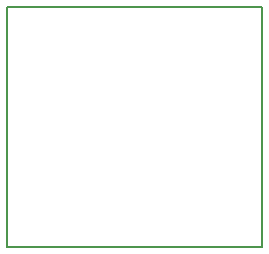
<source format=gm1>
G04 #@! TF.FileFunction,Profile,NP*
%FSLAX46Y46*%
G04 Gerber Fmt 4.6, Leading zero omitted, Abs format (unit mm)*
G04 Created by KiCad (PCBNEW 4.0.7) date 10/27/17 12:06:15*
%MOMM*%
%LPD*%
G01*
G04 APERTURE LIST*
%ADD10C,0.100000*%
%ADD11C,0.150000*%
G04 APERTURE END LIST*
D10*
D11*
X129540000Y-80010000D02*
X129540000Y-59690000D01*
X107950000Y-80010000D02*
X129540000Y-80010000D01*
X107950000Y-59690000D02*
X107950000Y-80010000D01*
X107950000Y-59690000D02*
X129540000Y-59690000D01*
M02*

</source>
